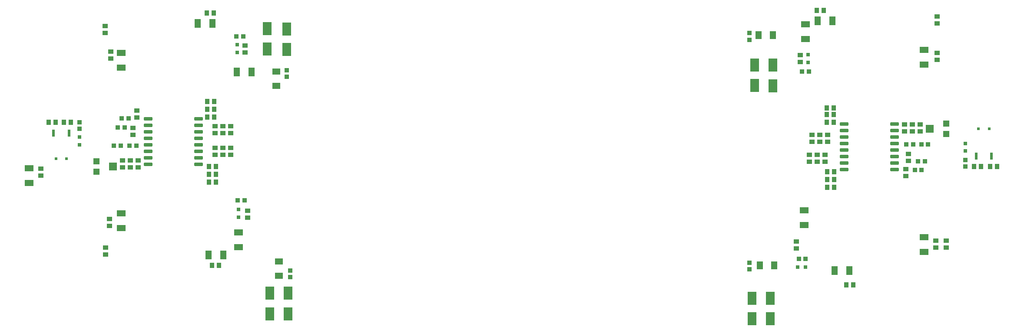
<source format=gtp>
G04*
G04 #@! TF.GenerationSoftware,Altium Limited,Altium Designer,21.1.1 (26)*
G04*
G04 Layer_Color=8421504*
%FSLAX25Y25*%
%MOIN*%
G70*
G04*
G04 #@! TF.SameCoordinates,3677F01D-BDC3-49B7-9324-C1A4C2B8551F*
G04*
G04*
G04 #@! TF.FilePolarity,Positive*
G04*
G01*
G75*
%ADD21R,0.03937X0.03543*%
%ADD22R,0.03740X0.03347*%
%ADD23R,0.03347X0.03740*%
%ADD24R,0.03543X0.03937*%
G04:AMPARAMS|DCode=25|XSize=23.62mil|YSize=64.96mil|CornerRadius=2.01mil|HoleSize=0mil|Usage=FLASHONLY|Rotation=270.000|XOffset=0mil|YOffset=0mil|HoleType=Round|Shape=RoundedRectangle|*
%AMROUNDEDRECTD25*
21,1,0.02362,0.06095,0,0,270.0*
21,1,0.01961,0.06496,0,0,270.0*
1,1,0.00402,-0.03047,-0.00980*
1,1,0.00402,-0.03047,0.00980*
1,1,0.00402,0.03047,0.00980*
1,1,0.00402,0.03047,-0.00980*
%
%ADD25ROUNDEDRECTD25*%
%ADD26R,0.06693X0.09843*%
%ADD27R,0.07087X0.05118*%
%ADD28R,0.05118X0.07087*%
%ADD29R,0.03150X0.03150*%
%ADD30R,0.02244X0.05512*%
%ADD31R,0.04724X0.04724*%
%ADD32R,0.05906X0.06299*%
%ADD33R,0.03150X0.03150*%
%ADD34R,0.01968X0.01968*%
%ADD35R,0.06496X0.04724*%
%ADD36R,0.04724X0.06496*%
D21*
X760000Y343400D02*
D03*
Y348715D02*
D03*
X736000Y226185D02*
D03*
Y231500D02*
D03*
X652000Y170500D02*
D03*
Y175815D02*
D03*
X766900Y176315D02*
D03*
Y171000D02*
D03*
X760000Y315500D02*
D03*
Y320815D02*
D03*
X655000Y313843D02*
D03*
Y319158D02*
D03*
X759000Y171185D02*
D03*
Y176500D02*
D03*
X735000Y265815D02*
D03*
Y260500D02*
D03*
X741000Y265815D02*
D03*
Y260500D02*
D03*
X664000Y252500D02*
D03*
Y257815D02*
D03*
X670000Y252500D02*
D03*
Y257815D02*
D03*
X676000Y252500D02*
D03*
Y257815D02*
D03*
X747000Y265815D02*
D03*
Y260500D02*
D03*
X738000Y237842D02*
D03*
Y243158D02*
D03*
X662000Y237185D02*
D03*
Y242500D02*
D03*
X668000Y237185D02*
D03*
Y242500D02*
D03*
X674000Y237185D02*
D03*
Y242500D02*
D03*
X122000Y165685D02*
D03*
Y171000D02*
D03*
X72400Y226443D02*
D03*
Y231757D02*
D03*
X231000Y194185D02*
D03*
Y199500D02*
D03*
X126000Y316500D02*
D03*
Y321815D02*
D03*
X229000Y321004D02*
D03*
Y326319D02*
D03*
X146000Y276500D02*
D03*
X143000Y257842D02*
D03*
X135000Y238158D02*
D03*
X141000D02*
D03*
X147000D02*
D03*
X125000Y187843D02*
D03*
Y193157D02*
D03*
X141000Y232842D02*
D03*
X147000D02*
D03*
X135000D02*
D03*
X143000Y263158D02*
D03*
X146000Y271185D02*
D03*
X218000Y242500D02*
D03*
Y247815D02*
D03*
X212000Y242500D02*
D03*
Y247815D02*
D03*
X206000Y242500D02*
D03*
Y247815D02*
D03*
Y259185D02*
D03*
Y264500D02*
D03*
X212000Y259185D02*
D03*
Y264500D02*
D03*
X218000Y259185D02*
D03*
Y264500D02*
D03*
X121800Y341415D02*
D03*
Y336100D02*
D03*
D22*
X263500Y148441D02*
D03*
Y153559D02*
D03*
X261000Y302382D02*
D03*
Y307500D02*
D03*
X781800Y238518D02*
D03*
Y233400D02*
D03*
X102000Y267618D02*
D03*
Y262500D02*
D03*
X616000Y154500D02*
D03*
Y159618D02*
D03*
Y330941D02*
D03*
Y336059D02*
D03*
D23*
X736441Y250500D02*
D03*
X741559D02*
D03*
X753118D02*
D03*
X748000D02*
D03*
Y230842D02*
D03*
X742882D02*
D03*
X750559Y237500D02*
D03*
X745441D02*
D03*
X659118Y162500D02*
D03*
X654000D02*
D03*
X661559Y306500D02*
D03*
X656441D02*
D03*
X227559Y333500D02*
D03*
X222441D02*
D03*
X128441Y249500D02*
D03*
X133559D02*
D03*
X145559D02*
D03*
X140441D02*
D03*
X131441Y263500D02*
D03*
X136559D02*
D03*
X134441Y270500D02*
D03*
X139559D02*
D03*
X228559Y207500D02*
D03*
X223441D02*
D03*
D24*
X793800Y233400D02*
D03*
X788485D02*
D03*
X800800D02*
D03*
X806115D02*
D03*
X690343Y142500D02*
D03*
X695657D02*
D03*
X667685Y353500D02*
D03*
X673000D02*
D03*
X675343Y273500D02*
D03*
X680657D02*
D03*
X675343Y278500D02*
D03*
X680657D02*
D03*
X675343Y267500D02*
D03*
X680657D02*
D03*
X681000Y217500D02*
D03*
X675685D02*
D03*
X681000Y223500D02*
D03*
X675685D02*
D03*
X681000Y229500D02*
D03*
X675685D02*
D03*
X203685Y157500D02*
D03*
X209000D02*
D03*
X199685Y351500D02*
D03*
X205000D02*
D03*
X83657Y267500D02*
D03*
X95315D02*
D03*
X78342D02*
D03*
X90000D02*
D03*
X201343Y221500D02*
D03*
X206658D02*
D03*
X201343Y227500D02*
D03*
X206658D02*
D03*
X201343Y233500D02*
D03*
X206658D02*
D03*
X205315Y271500D02*
D03*
X200000D02*
D03*
X205315Y283500D02*
D03*
X200000D02*
D03*
X205315Y277500D02*
D03*
X200000D02*
D03*
D25*
X727193Y246000D02*
D03*
X688807Y266000D02*
D03*
Y261000D02*
D03*
Y256000D02*
D03*
Y251000D02*
D03*
Y246000D02*
D03*
Y241000D02*
D03*
Y236000D02*
D03*
Y231000D02*
D03*
X727193Y266000D02*
D03*
Y261000D02*
D03*
Y256000D02*
D03*
Y251000D02*
D03*
Y241000D02*
D03*
Y236000D02*
D03*
Y231000D02*
D03*
X154807Y255000D02*
D03*
X193193Y235000D02*
D03*
Y240000D02*
D03*
Y245000D02*
D03*
Y250000D02*
D03*
Y255000D02*
D03*
Y260000D02*
D03*
Y265000D02*
D03*
Y270000D02*
D03*
X154807Y235000D02*
D03*
Y240000D02*
D03*
Y245000D02*
D03*
Y250000D02*
D03*
Y260000D02*
D03*
Y265000D02*
D03*
Y270000D02*
D03*
D26*
X262000Y120252D02*
D03*
Y136000D02*
D03*
X248000Y120252D02*
D03*
Y136000D02*
D03*
X634000Y295626D02*
D03*
Y311374D02*
D03*
X261000Y339248D02*
D03*
Y323500D02*
D03*
X246000Y339500D02*
D03*
Y323752D02*
D03*
X632000Y132248D02*
D03*
Y116500D02*
D03*
X618000Y132248D02*
D03*
Y116500D02*
D03*
X620000Y311500D02*
D03*
Y295752D02*
D03*
D27*
X750000Y179209D02*
D03*
Y167791D02*
D03*
X658000Y188500D02*
D03*
Y199917D02*
D03*
X750000Y311791D02*
D03*
Y323209D02*
D03*
X659000Y331500D02*
D03*
Y342917D02*
D03*
X224000Y171500D02*
D03*
Y182917D02*
D03*
X134000Y320917D02*
D03*
Y309500D02*
D03*
X63250Y232209D02*
D03*
Y220791D02*
D03*
X134000Y186083D02*
D03*
Y197500D02*
D03*
D28*
X692709Y153500D02*
D03*
X681291D02*
D03*
X679709Y345500D02*
D03*
X668291D02*
D03*
X212417Y165500D02*
D03*
X201000D02*
D03*
X204000Y343500D02*
D03*
X192583D02*
D03*
X222583Y306000D02*
D03*
X234000D02*
D03*
D29*
X653094Y156000D02*
D03*
X659000D02*
D03*
D30*
X789894Y241593D02*
D03*
X801705D02*
D03*
X82095Y259307D02*
D03*
X93906D02*
D03*
D31*
X767000Y266500D02*
D03*
Y258626D02*
D03*
X114913Y237437D02*
D03*
Y229563D02*
D03*
D32*
X754205Y262563D02*
D03*
X127709Y233500D02*
D03*
D33*
X781800Y251306D02*
D03*
Y245400D02*
D03*
X661000Y319406D02*
D03*
Y313500D02*
D03*
X224000Y200453D02*
D03*
Y194547D02*
D03*
X223000Y327102D02*
D03*
Y321197D02*
D03*
X102000Y256059D02*
D03*
Y250153D02*
D03*
D34*
X791666Y262400D02*
D03*
X799934D02*
D03*
X83866Y239500D02*
D03*
X92134D02*
D03*
D35*
X253000Y306500D02*
D03*
Y295476D02*
D03*
X255000Y160524D02*
D03*
Y149500D02*
D03*
D36*
X634024Y334500D02*
D03*
X623000D02*
D03*
X635000Y157500D02*
D03*
X623976D02*
D03*
M02*

</source>
